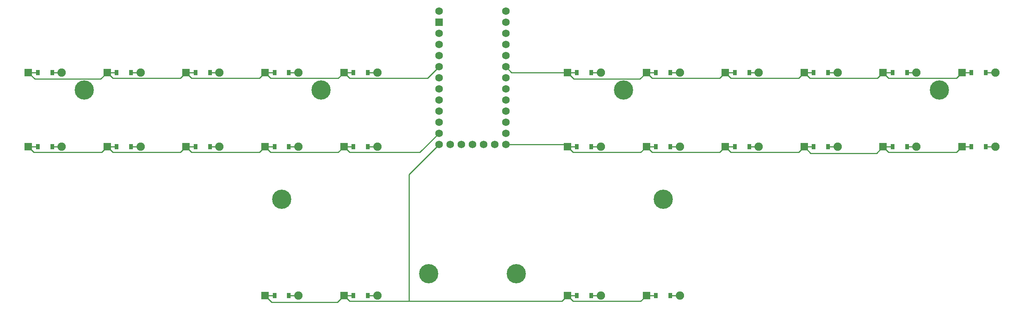
<source format=gbr>
%TF.GenerationSoftware,KiCad,Pcbnew,9.0.0*%
%TF.CreationDate,2025-03-14T12:58:10+01:00*%
%TF.ProjectId,pcb,7063622e-6b69-4636-9164-5f7063625858,v1.0.0*%
%TF.SameCoordinates,Original*%
%TF.FileFunction,Copper,L1,Top*%
%TF.FilePolarity,Positive*%
%FSLAX46Y46*%
G04 Gerber Fmt 4.6, Leading zero omitted, Abs format (unit mm)*
G04 Created by KiCad (PCBNEW 9.0.0) date 2025-03-14 12:58:10*
%MOMM*%
%LPD*%
G01*
G04 APERTURE LIST*
%TA.AperFunction,SMDPad,CuDef*%
%ADD10R,0.900000X1.200000*%
%TD*%
%TA.AperFunction,ComponentPad*%
%ADD11R,1.778000X1.778000*%
%TD*%
%TA.AperFunction,ComponentPad*%
%ADD12C,1.905000*%
%TD*%
%TA.AperFunction,ComponentPad*%
%ADD13C,1.752600*%
%TD*%
%TA.AperFunction,ComponentPad*%
%ADD14R,1.752600X1.752600*%
%TD*%
%TA.AperFunction,ComponentPad*%
%ADD15C,4.400000*%
%TD*%
%TA.AperFunction,ComponentPad*%
%ADD16C,0.700000*%
%TD*%
%TA.AperFunction,Conductor*%
%ADD17C,0.250000*%
%TD*%
G04 APERTURE END LIST*
D10*
%TO.P,D1,1*%
%TO.N,D23*%
X98350000Y-105000000D03*
%TO.P,D1,2*%
%TO.N,pinky_lbottom*%
X101650000Y-105000000D03*
D11*
%TO.P,D1,1*%
%TO.N,D23*%
X96190000Y-105000000D03*
D12*
%TO.P,D1,2*%
%TO.N,pinky_lbottom*%
X103810000Y-105000000D03*
%TD*%
D10*
%TO.P,D2,1*%
%TO.N,D29*%
X98350000Y-88000000D03*
%TO.P,D2,2*%
%TO.N,pinky_ltop*%
X101650000Y-88000000D03*
D11*
%TO.P,D2,1*%
%TO.N,D29*%
X96190000Y-88000000D03*
D12*
%TO.P,D2,2*%
%TO.N,pinky_ltop*%
X103810000Y-88000000D03*
%TD*%
D10*
%TO.P,D3,1*%
%TO.N,D23*%
X116350000Y-105000000D03*
%TO.P,D3,2*%
%TO.N,ring_lbottom*%
X119650000Y-105000000D03*
D11*
%TO.P,D3,1*%
%TO.N,D23*%
X114190000Y-105000000D03*
D12*
%TO.P,D3,2*%
%TO.N,ring_lbottom*%
X121810000Y-105000000D03*
%TD*%
D10*
%TO.P,D4,1*%
%TO.N,D29*%
X116350000Y-88000000D03*
%TO.P,D4,2*%
%TO.N,ring_ltop*%
X119650000Y-88000000D03*
D11*
%TO.P,D4,1*%
%TO.N,D29*%
X114190000Y-88000000D03*
D12*
%TO.P,D4,2*%
%TO.N,ring_ltop*%
X121810000Y-88000000D03*
%TD*%
D10*
%TO.P,D5,1*%
%TO.N,D23*%
X134350000Y-105000000D03*
%TO.P,D5,2*%
%TO.N,middle_lbottom*%
X137650000Y-105000000D03*
D11*
%TO.P,D5,1*%
%TO.N,D23*%
X132190000Y-105000000D03*
D12*
%TO.P,D5,2*%
%TO.N,middle_lbottom*%
X139810000Y-105000000D03*
%TD*%
D10*
%TO.P,D6,1*%
%TO.N,D29*%
X134350000Y-88000000D03*
%TO.P,D6,2*%
%TO.N,middle_ltop*%
X137650000Y-88000000D03*
D11*
%TO.P,D6,1*%
%TO.N,D29*%
X132190000Y-88000000D03*
D12*
%TO.P,D6,2*%
%TO.N,middle_ltop*%
X139810000Y-88000000D03*
%TD*%
D10*
%TO.P,D7,1*%
%TO.N,D23*%
X152350000Y-105000000D03*
%TO.P,D7,2*%
%TO.N,index_lbottom*%
X155650000Y-105000000D03*
D11*
%TO.P,D7,1*%
%TO.N,D23*%
X150190000Y-105000000D03*
D12*
%TO.P,D7,2*%
%TO.N,index_lbottom*%
X157810000Y-105000000D03*
%TD*%
D10*
%TO.P,D8,1*%
%TO.N,D29*%
X152350000Y-88000000D03*
%TO.P,D8,2*%
%TO.N,index_ltop*%
X155650000Y-88000000D03*
D11*
%TO.P,D8,1*%
%TO.N,D29*%
X150190000Y-88000000D03*
D12*
%TO.P,D8,2*%
%TO.N,index_ltop*%
X157810000Y-88000000D03*
%TD*%
D10*
%TO.P,D9,1*%
%TO.N,D23*%
X170350000Y-105000000D03*
%TO.P,D9,2*%
%TO.N,inner_lbottom*%
X173650000Y-105000000D03*
D11*
%TO.P,D9,1*%
%TO.N,D23*%
X168190000Y-105000000D03*
D12*
%TO.P,D9,2*%
%TO.N,inner_lbottom*%
X175810000Y-105000000D03*
%TD*%
D10*
%TO.P,D10,1*%
%TO.N,D29*%
X170350000Y-88000000D03*
%TO.P,D10,2*%
%TO.N,inner_ltop*%
X173650000Y-88000000D03*
D11*
%TO.P,D10,1*%
%TO.N,D29*%
X168190000Y-88000000D03*
D12*
%TO.P,D10,2*%
%TO.N,inner_ltop*%
X175810000Y-88000000D03*
%TD*%
D10*
%TO.P,D11,1*%
%TO.N,D9*%
X221350000Y-105000000D03*
%TO.P,D11,2*%
%TO.N,inner_rbottom*%
X224650000Y-105000000D03*
D11*
%TO.P,D11,1*%
%TO.N,D9*%
X219190000Y-105000000D03*
D12*
%TO.P,D11,2*%
%TO.N,inner_rbottom*%
X226810000Y-105000000D03*
%TD*%
D10*
%TO.P,D12,1*%
%TO.N,D2*%
X221350000Y-88000000D03*
%TO.P,D12,2*%
%TO.N,inner_rtop*%
X224650000Y-88000000D03*
D11*
%TO.P,D12,1*%
%TO.N,D2*%
X219190000Y-88000000D03*
D12*
%TO.P,D12,2*%
%TO.N,inner_rtop*%
X226810000Y-88000000D03*
%TD*%
D10*
%TO.P,D13,1*%
%TO.N,D9*%
X239350000Y-105000000D03*
%TO.P,D13,2*%
%TO.N,index_rbottom*%
X242650000Y-105000000D03*
D11*
%TO.P,D13,1*%
%TO.N,D9*%
X237190000Y-105000000D03*
D12*
%TO.P,D13,2*%
%TO.N,index_rbottom*%
X244810000Y-105000000D03*
%TD*%
D10*
%TO.P,D14,1*%
%TO.N,D2*%
X239350000Y-88000000D03*
%TO.P,D14,2*%
%TO.N,index_rtop*%
X242650000Y-88000000D03*
D11*
%TO.P,D14,1*%
%TO.N,D2*%
X237190000Y-88000000D03*
D12*
%TO.P,D14,2*%
%TO.N,index_rtop*%
X244810000Y-88000000D03*
%TD*%
D10*
%TO.P,D15,1*%
%TO.N,D9*%
X257350000Y-105000000D03*
%TO.P,D15,2*%
%TO.N,middle_rbottom*%
X260650000Y-105000000D03*
D11*
%TO.P,D15,1*%
%TO.N,D9*%
X255190000Y-105000000D03*
D12*
%TO.P,D15,2*%
%TO.N,middle_rbottom*%
X262810000Y-105000000D03*
%TD*%
D10*
%TO.P,D16,1*%
%TO.N,D2*%
X257350000Y-88000000D03*
%TO.P,D16,2*%
%TO.N,middle_rtop*%
X260650000Y-88000000D03*
D11*
%TO.P,D16,1*%
%TO.N,D2*%
X255190000Y-88000000D03*
D12*
%TO.P,D16,2*%
%TO.N,middle_rtop*%
X262810000Y-88000000D03*
%TD*%
D10*
%TO.P,D17,1*%
%TO.N,D9*%
X275350000Y-105000000D03*
%TO.P,D17,2*%
%TO.N,ring_rbottom*%
X278650000Y-105000000D03*
D11*
%TO.P,D17,1*%
%TO.N,D9*%
X273190000Y-105000000D03*
D12*
%TO.P,D17,2*%
%TO.N,ring_rbottom*%
X280810000Y-105000000D03*
%TD*%
D10*
%TO.P,D18,1*%
%TO.N,D2*%
X275350000Y-88000000D03*
%TO.P,D18,2*%
%TO.N,ring_rtop*%
X278650000Y-88000000D03*
D11*
%TO.P,D18,1*%
%TO.N,D2*%
X273190000Y-88000000D03*
D12*
%TO.P,D18,2*%
%TO.N,ring_rtop*%
X280810000Y-88000000D03*
%TD*%
D10*
%TO.P,D19,1*%
%TO.N,D9*%
X293350000Y-105000000D03*
%TO.P,D19,2*%
%TO.N,pinky_rbottom*%
X296650000Y-105000000D03*
D11*
%TO.P,D19,1*%
%TO.N,D9*%
X291190000Y-105000000D03*
D12*
%TO.P,D19,2*%
%TO.N,pinky_rbottom*%
X298810000Y-105000000D03*
%TD*%
D10*
%TO.P,D20,1*%
%TO.N,D2*%
X293350000Y-88000000D03*
%TO.P,D20,2*%
%TO.N,pinky_rtop*%
X296650000Y-88000000D03*
D11*
%TO.P,D20,1*%
%TO.N,D2*%
X291190000Y-88000000D03*
D12*
%TO.P,D20,2*%
%TO.N,pinky_rtop*%
X298810000Y-88000000D03*
%TD*%
D10*
%TO.P,D21,1*%
%TO.N,D9*%
X311350000Y-105000000D03*
%TO.P,D21,2*%
%TO.N,outer_rbottom*%
X314650000Y-105000000D03*
D11*
%TO.P,D21,1*%
%TO.N,D9*%
X309190000Y-105000000D03*
D12*
%TO.P,D21,2*%
%TO.N,outer_rbottom*%
X316810000Y-105000000D03*
%TD*%
D10*
%TO.P,D22,1*%
%TO.N,D2*%
X311350000Y-88000000D03*
%TO.P,D22,2*%
%TO.N,outer_rtop*%
X314650000Y-88000000D03*
D11*
%TO.P,D22,1*%
%TO.N,D2*%
X309190000Y-88000000D03*
D12*
%TO.P,D22,2*%
%TO.N,outer_rtop*%
X316810000Y-88000000D03*
%TD*%
D10*
%TO.P,D23,1*%
%TO.N,D21*%
X152350000Y-139000000D03*
%TO.P,D23,2*%
%TO.N,outer_lttop*%
X155650000Y-139000000D03*
D11*
%TO.P,D23,1*%
%TO.N,D21*%
X150190000Y-139000000D03*
D12*
%TO.P,D23,2*%
%TO.N,outer_lttop*%
X157810000Y-139000000D03*
%TD*%
D10*
%TO.P,D24,1*%
%TO.N,D21*%
X170350000Y-139000000D03*
%TO.P,D24,2*%
%TO.N,inner_lttop*%
X173650000Y-139000000D03*
D11*
%TO.P,D24,1*%
%TO.N,D21*%
X168190000Y-139000000D03*
D12*
%TO.P,D24,2*%
%TO.N,inner_lttop*%
X175810000Y-139000000D03*
%TD*%
D10*
%TO.P,D25,1*%
%TO.N,D21*%
X221350000Y-139000000D03*
%TO.P,D25,2*%
%TO.N,inner_rttop*%
X224650000Y-139000000D03*
D11*
%TO.P,D25,1*%
%TO.N,D21*%
X219190000Y-139000000D03*
D12*
%TO.P,D25,2*%
%TO.N,inner_rttop*%
X226810000Y-139000000D03*
%TD*%
D10*
%TO.P,D26,1*%
%TO.N,D21*%
X239350000Y-139000000D03*
%TO.P,D26,2*%
%TO.N,outer_rttop*%
X242650000Y-139000000D03*
D11*
%TO.P,D26,1*%
%TO.N,D21*%
X237190000Y-139000000D03*
D12*
%TO.P,D26,2*%
%TO.N,outer_rttop*%
X244810000Y-139000000D03*
%TD*%
D13*
%TO.P,MCU1,2*%
%TO.N,Dm*%
X189880000Y-73990000D03*
D14*
%TO.P,MCU1,1*%
%TO.N,RAW*%
X189880000Y-76530000D03*
D13*
%TO.P,MCU1,2*%
%TO.N,GND*%
X189880000Y-79070000D03*
%TO.P,MCU1,3*%
%TO.N,RST*%
X189880000Y-81610000D03*
%TO.P,MCU1,4*%
%TO.N,VCC*%
X189880000Y-84150000D03*
%TO.P,MCU1,5*%
%TO.N,D29*%
X189880000Y-86690000D03*
%TO.P,MCU1,6*%
%TO.N,D28*%
X189880000Y-89230000D03*
%TO.P,MCU1,7*%
%TO.N,D27*%
X189880000Y-91770000D03*
%TO.P,MCU1,8*%
%TO.N,D26*%
X189880000Y-94310000D03*
%TO.P,MCU1,9*%
%TO.N,D22*%
X189880000Y-96850000D03*
%TO.P,MCU1,10*%
%TO.N,D20*%
X189880000Y-99390000D03*
%TO.P,MCU1,11*%
%TO.N,D23*%
X189880000Y-101930000D03*
%TO.P,MCU1,12*%
%TO.N,D21*%
X189880000Y-104470000D03*
%TO.P,MCU1,13*%
%TO.N,D12*%
X202580000Y-104470000D03*
%TO.P,MCU1,14*%
%TO.N,D13*%
X200040000Y-104470000D03*
%TO.P,MCU1,15*%
%TO.N,D14*%
X197500000Y-104470000D03*
%TO.P,MCU1,16*%
%TO.N,D15*%
X194960000Y-104470000D03*
%TO.P,MCU1,17*%
%TO.N,D16*%
X192420000Y-104470000D03*
%TO.P,MCU1,18*%
%TO.N,Dp*%
X205120000Y-73990000D03*
%TO.P,MCU1,19*%
%TO.N,D0*%
X205120000Y-76530000D03*
%TO.P,MCU1,20*%
%TO.N,D1*%
X205120000Y-79070000D03*
%TO.P,MCU1,21*%
%TO.N,GND*%
X205120000Y-81610000D03*
%TO.P,MCU1,22*%
X205120000Y-84150000D03*
%TO.P,MCU1,23*%
%TO.N,D2*%
X205120000Y-86690000D03*
%TO.P,MCU1,24*%
%TO.N,D3*%
X205120000Y-89230000D03*
%TO.P,MCU1,25*%
%TO.N,D4*%
X205120000Y-91770000D03*
%TO.P,MCU1,26*%
%TO.N,D5*%
X205120000Y-94310000D03*
%TO.P,MCU1,27*%
%TO.N,D6*%
X205120000Y-96850000D03*
%TO.P,MCU1,28*%
%TO.N,D7*%
X205120000Y-99390000D03*
%TO.P,MCU1,29*%
%TO.N,D8*%
X205120000Y-101930000D03*
%TO.P,MCU1,30*%
%TO.N,D9*%
X205120000Y-104470000D03*
%TD*%
D15*
%TO.P,_1,1*%
%TO.N,N/C*%
X109000000Y-92000000D03*
D16*
X110629630Y-92000000D03*
X110152322Y-93152322D03*
X109000000Y-93629630D03*
X107847678Y-93152322D03*
X107370370Y-92000000D03*
X107847678Y-90847678D03*
X109000000Y-90370370D03*
X110152322Y-90847678D03*
%TD*%
D15*
%TO.P,_2,1*%
%TO.N,N/C*%
X163000000Y-92000000D03*
D16*
X164629630Y-92000000D03*
X164152322Y-93152322D03*
X163000000Y-93629630D03*
X161847678Y-93152322D03*
X161370370Y-92000000D03*
X161847678Y-90847678D03*
X163000000Y-90370370D03*
X164152322Y-90847678D03*
%TD*%
D15*
%TO.P,_3,1*%
%TO.N,N/C*%
X232000000Y-92000000D03*
D16*
X233629630Y-92000000D03*
X233152322Y-93152322D03*
X232000000Y-93629630D03*
X230847678Y-93152322D03*
X230370370Y-92000000D03*
X230847678Y-90847678D03*
X232000000Y-90370370D03*
X233152322Y-90847678D03*
%TD*%
D15*
%TO.P,_4,1*%
%TO.N,N/C*%
X304000000Y-92000000D03*
D16*
X305629630Y-92000000D03*
X305152322Y-93152322D03*
X304000000Y-93629630D03*
X302847678Y-93152322D03*
X302370370Y-92000000D03*
X302847678Y-90847678D03*
X304000000Y-90370370D03*
X305152322Y-90847678D03*
%TD*%
D15*
%TO.P,_5,1*%
%TO.N,N/C*%
X154000000Y-117000000D03*
D16*
X155629630Y-117000000D03*
X155152322Y-118152322D03*
X154000000Y-118629630D03*
X152847678Y-118152322D03*
X152370370Y-117000000D03*
X152847678Y-115847678D03*
X154000000Y-115370370D03*
X155152322Y-115847678D03*
%TD*%
D15*
%TO.P,_6,1*%
%TO.N,N/C*%
X241000000Y-117000000D03*
D16*
X242629630Y-117000000D03*
X242152322Y-118152322D03*
X241000000Y-118629630D03*
X239847678Y-118152322D03*
X239370370Y-117000000D03*
X239847678Y-115847678D03*
X241000000Y-115370370D03*
X242152322Y-115847678D03*
%TD*%
D15*
%TO.P,_7,1*%
%TO.N,N/C*%
X187500000Y-134000000D03*
D16*
X189129630Y-134000000D03*
X188652322Y-135152322D03*
X187500000Y-135629630D03*
X186347678Y-135152322D03*
X185870370Y-134000000D03*
X186347678Y-132847678D03*
X187500000Y-132370370D03*
X188652322Y-132847678D03*
%TD*%
D15*
%TO.P,_8,1*%
%TO.N,N/C*%
X207500000Y-134000000D03*
D16*
X209129630Y-134000000D03*
X208652322Y-135152322D03*
X207500000Y-135629630D03*
X206347678Y-135152322D03*
X205870370Y-134000000D03*
X206347678Y-132847678D03*
X207500000Y-132370370D03*
X208652322Y-132847678D03*
%TD*%
D17*
%TO.N,D21*%
X169468500Y-140278500D02*
X183000000Y-140278500D01*
X189880000Y-104470000D02*
X183000000Y-111350000D01*
X183000000Y-111350000D02*
X183000000Y-140278500D01*
%TO.N,D9*%
X219190000Y-105000000D02*
X219000000Y-105000000D01*
X218470000Y-104470000D02*
X205120000Y-104470000D01*
X219000000Y-105000000D02*
X218470000Y-104470000D01*
%TO.N,D2*%
X219190000Y-88000000D02*
X206430000Y-88000000D01*
X206430000Y-88000000D02*
X205120000Y-86690000D01*
%TO.N,D29*%
X168190000Y-88000000D02*
X169468500Y-89278500D01*
X169468500Y-89278500D02*
X187291500Y-89278500D01*
X187291500Y-89278500D02*
X189880000Y-86690000D01*
%TO.N,D23*%
X168190000Y-105000000D02*
X169468500Y-106278500D01*
X169468500Y-106278500D02*
X185531500Y-106278500D01*
X185531500Y-106278500D02*
X189880000Y-101930000D01*
%TO.N,D2*%
X291190000Y-88000000D02*
X292468500Y-89278500D01*
X292468500Y-89278500D02*
X307911500Y-89278500D01*
X307911500Y-89278500D02*
X309190000Y-88000000D01*
X273190000Y-88000000D02*
X274468500Y-89278500D01*
X274468500Y-89278500D02*
X289911500Y-89278500D01*
X289911500Y-89278500D02*
X291190000Y-88000000D01*
X255190000Y-88000000D02*
X256468500Y-89278500D01*
X256468500Y-89278500D02*
X271911500Y-89278500D01*
X271911500Y-89278500D02*
X273190000Y-88000000D01*
X237190000Y-88000000D02*
X238468500Y-89278500D01*
X238468500Y-89278500D02*
X253911500Y-89278500D01*
X253911500Y-89278500D02*
X255190000Y-88000000D01*
X219190000Y-88000000D02*
X220664000Y-89474000D01*
X235716000Y-89474000D02*
X237190000Y-88000000D01*
X220664000Y-89474000D02*
X235716000Y-89474000D01*
%TO.N,D9*%
X291190000Y-105000000D02*
X292468500Y-106278500D01*
X292468500Y-106278500D02*
X307911500Y-106278500D01*
X307911500Y-106278500D02*
X309190000Y-105000000D01*
X273190000Y-105000000D02*
X274690000Y-106500000D01*
X274690000Y-106500000D02*
X289690000Y-106500000D01*
X289690000Y-106500000D02*
X291190000Y-105000000D01*
X255190000Y-105000000D02*
X256468500Y-106278500D01*
X256468500Y-106278500D02*
X271911500Y-106278500D01*
X271911500Y-106278500D02*
X273190000Y-105000000D01*
X237190000Y-105000000D02*
X238468500Y-106278500D01*
X253911500Y-106278500D02*
X255190000Y-105000000D01*
X238468500Y-106278500D02*
X253911500Y-106278500D01*
X219190000Y-105000000D02*
X220468500Y-106278500D01*
X220468500Y-106278500D02*
X235911500Y-106278500D01*
X235911500Y-106278500D02*
X237190000Y-105000000D01*
%TO.N,D21*%
X219190000Y-139000000D02*
X220468500Y-140278500D01*
X220468500Y-140278500D02*
X235911500Y-140278500D01*
X235911500Y-140278500D02*
X237190000Y-139000000D01*
X168190000Y-139000000D02*
X169468500Y-140278500D01*
X183000000Y-140278500D02*
X217911500Y-140278500D01*
X217911500Y-140278500D02*
X219190000Y-139000000D01*
X150190000Y-139000000D02*
X151690000Y-140500000D01*
X166690000Y-140500000D02*
X168190000Y-139000000D01*
X151690000Y-140500000D02*
X166690000Y-140500000D01*
%TO.N,D23*%
X150190000Y-105000000D02*
X151468500Y-106278500D01*
X151468500Y-106278500D02*
X166911500Y-106278500D01*
X166911500Y-106278500D02*
X168190000Y-105000000D01*
X132190000Y-105000000D02*
X133468500Y-106278500D01*
X133468500Y-106278500D02*
X148911500Y-106278500D01*
X148911500Y-106278500D02*
X150190000Y-105000000D01*
X114190000Y-105000000D02*
X115468500Y-106278500D01*
X115468500Y-106278500D02*
X130911500Y-106278500D01*
X130911500Y-106278500D02*
X132190000Y-105000000D01*
X96190000Y-105000000D02*
X97468500Y-106278500D01*
X97468500Y-106278500D02*
X112911500Y-106278500D01*
X112911500Y-106278500D02*
X114190000Y-105000000D01*
%TO.N,D29*%
X150190000Y-88000000D02*
X151468500Y-89278500D01*
X151468500Y-89278500D02*
X166911500Y-89278500D01*
X166911500Y-89278500D02*
X168190000Y-88000000D01*
X132190000Y-88000000D02*
X133468500Y-89278500D01*
X133468500Y-89278500D02*
X148911500Y-89278500D01*
X148911500Y-89278500D02*
X150190000Y-88000000D01*
X114190000Y-88000000D02*
X115468500Y-89278500D01*
X115468500Y-89278500D02*
X130911500Y-89278500D01*
X130911500Y-89278500D02*
X132190000Y-88000000D01*
X96190000Y-88000000D02*
X97664000Y-89474000D01*
X112716000Y-89474000D02*
X114190000Y-88000000D01*
X97664000Y-89474000D02*
X112716000Y-89474000D01*
%TO.N,D9*%
X221350000Y-105000000D02*
X219190000Y-105000000D01*
%TO.N,inner_rbottom*%
X226810000Y-105000000D02*
X224650000Y-105000000D01*
%TO.N,D9*%
X239350000Y-105000000D02*
X237190000Y-105000000D01*
%TO.N,index_rbottom*%
X244810000Y-105000000D02*
X242650000Y-105000000D01*
%TO.N,D9*%
X257350000Y-105000000D02*
X255190000Y-105000000D01*
%TO.N,middle_rbottom*%
X262810000Y-105000000D02*
X260650000Y-105000000D01*
%TO.N,D9*%
X275350000Y-105000000D02*
X273190000Y-105000000D01*
%TO.N,ring_rbottom*%
X280810000Y-105000000D02*
X278650000Y-105000000D01*
%TO.N,D9*%
X293350000Y-105000000D02*
X291190000Y-105000000D01*
%TO.N,pinky_rbottom*%
X298810000Y-105000000D02*
X296650000Y-105000000D01*
%TO.N,D9*%
X311350000Y-105000000D02*
X309190000Y-105000000D01*
%TO.N,outer_rbottom*%
X316810000Y-105000000D02*
X314650000Y-105000000D01*
%TO.N,outer_rtop*%
X314650000Y-88000000D02*
X316810000Y-88000000D01*
%TO.N,D2*%
X309190000Y-88000000D02*
X311350000Y-88000000D01*
%TO.N,pinky_rtop*%
X296650000Y-88000000D02*
X298810000Y-88000000D01*
%TO.N,D2*%
X291190000Y-88000000D02*
X293350000Y-88000000D01*
%TO.N,ring_rtop*%
X278650000Y-88000000D02*
X280810000Y-88000000D01*
%TO.N,D2*%
X273190000Y-88000000D02*
X275350000Y-88000000D01*
%TO.N,middle_rtop*%
X260650000Y-88000000D02*
X262810000Y-88000000D01*
%TO.N,D2*%
X255190000Y-88000000D02*
X257350000Y-88000000D01*
%TO.N,index_rtop*%
X242650000Y-88000000D02*
X244810000Y-88000000D01*
%TO.N,D2*%
X237190000Y-88000000D02*
X239350000Y-88000000D01*
%TO.N,inner_rtop*%
X224650000Y-88000000D02*
X226810000Y-88000000D01*
%TO.N,D2*%
X219190000Y-88000000D02*
X221350000Y-88000000D01*
%TO.N,outer_rttop*%
X242650000Y-139000000D02*
X244810000Y-139000000D01*
%TO.N,D21*%
X237190000Y-139000000D02*
X239350000Y-139000000D01*
%TO.N,inner_rttop*%
X224650000Y-139000000D02*
X226810000Y-139000000D01*
%TO.N,D21*%
X219190000Y-139000000D02*
X221350000Y-139000000D01*
%TO.N,inner_lttop*%
X173650000Y-139000000D02*
X175810000Y-139000000D01*
%TO.N,D21*%
X168190000Y-139000000D02*
X170350000Y-139000000D01*
%TO.N,outer_lttop*%
X155650000Y-139000000D02*
X157810000Y-139000000D01*
%TO.N,D21*%
X150190000Y-139000000D02*
X152350000Y-139000000D01*
%TO.N,D23*%
X98350000Y-105000000D02*
X96190000Y-105000000D01*
%TO.N,pinky_lbottom*%
X103810000Y-105000000D02*
X101650000Y-105000000D01*
%TO.N,D23*%
X116350000Y-105000000D02*
X114190000Y-105000000D01*
%TO.N,ring_lbottom*%
X121810000Y-105000000D02*
X119650000Y-105000000D01*
%TO.N,D23*%
X134350000Y-105000000D02*
X132190000Y-105000000D01*
%TO.N,middle_lbottom*%
X139810000Y-105000000D02*
X137650000Y-105000000D01*
%TO.N,D23*%
X152350000Y-105000000D02*
X150190000Y-105000000D01*
%TO.N,index_lbottom*%
X157810000Y-105000000D02*
X155650000Y-105000000D01*
%TO.N,D23*%
X170350000Y-105000000D02*
X168190000Y-105000000D01*
%TO.N,inner_lbottom*%
X175810000Y-105000000D02*
X173650000Y-105000000D01*
%TO.N,inner_ltop*%
X173650000Y-88000000D02*
X175810000Y-88000000D01*
%TO.N,D29*%
X168190000Y-88000000D02*
X170350000Y-88000000D01*
%TO.N,index_ltop*%
X155650000Y-88000000D02*
X157810000Y-88000000D01*
%TO.N,D29*%
X150190000Y-88000000D02*
X152350000Y-88000000D01*
%TO.N,middle_ltop*%
X137650000Y-88000000D02*
X139810000Y-88000000D01*
%TO.N,D29*%
X132190000Y-88000000D02*
X134350000Y-88000000D01*
%TO.N,ring_ltop*%
X119650000Y-88000000D02*
X121810000Y-88000000D01*
%TO.N,D29*%
X114190000Y-88000000D02*
X116350000Y-88000000D01*
%TO.N,pinky_ltop*%
X101650000Y-88000000D02*
X103810000Y-88000000D01*
%TO.N,D29*%
X96190000Y-88000000D02*
X98350000Y-88000000D01*
%TD*%
M02*

</source>
